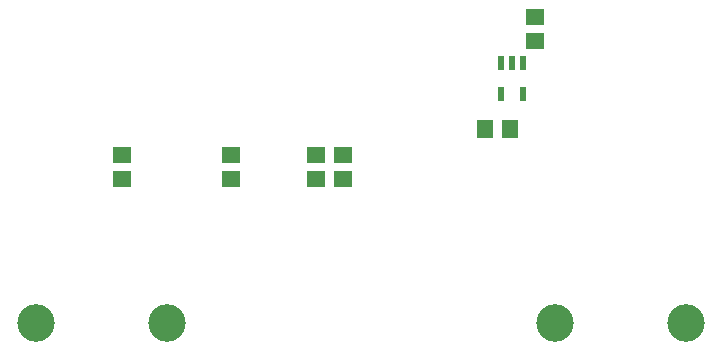
<source format=gtp>
G04 MADE WITH FRITZING*
G04 WWW.FRITZING.ORG*
G04 DOUBLE SIDED*
G04 HOLES PLATED*
G04 CONTOUR ON CENTER OF CONTOUR VECTOR*
%ASAXBY*%
%FSLAX23Y23*%
%MOIN*%
%OFA0B0*%
%SFA1.0B1.0*%
%ADD10C,0.125105*%
%ADD11R,0.021654X0.047244*%
%ADD12R,0.059055X0.055118*%
%ADD13R,0.055118X0.059055*%
%LNPASTEMASK1*%
G90*
G70*
G54D10*
X2335Y1980D03*
X1898Y1980D03*
X2335Y1980D03*
X1898Y1980D03*
X2335Y1980D03*
X1898Y1980D03*
X606Y1980D03*
X169Y1980D03*
X606Y1980D03*
X169Y1980D03*
X606Y1980D03*
X169Y1980D03*
G54D11*
X1793Y2846D03*
X1756Y2846D03*
X1718Y2846D03*
X1718Y2743D03*
X1793Y2743D03*
G54D12*
X455Y2539D03*
X455Y2459D03*
X818Y2539D03*
X818Y2459D03*
X1102Y2539D03*
X1102Y2459D03*
X1192Y2539D03*
X1192Y2459D03*
X1833Y2921D03*
X1833Y3001D03*
G54D13*
X1667Y2625D03*
X1748Y2625D03*
G04 End of PasteMask1*
M02*
</source>
